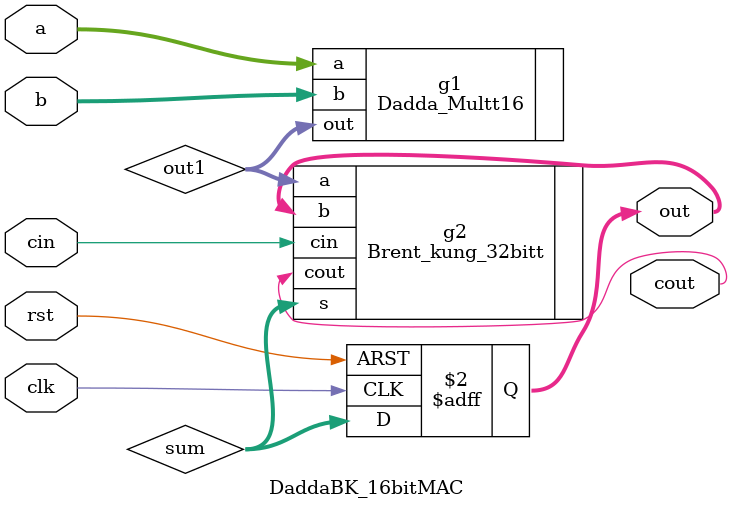
<source format=v>
module DaddaBK_16bitMAC(
    input [15:0] a,          // 8-bit input A
    input [15:0] b,          // 8-bit input B
    input clk,
    input rst,
    input cin,              // Carry-in for the adder
    output reg [31:0] out,  // 16-bit output
    output cout             // Carry-out from the adder
);

    wire [31:0] out1;       // Output from the 8-bit Vedic multiplier
    wire [31:0] sum;

    // Instantiate 8-bit Vedic multiplier
    Dadda_Multt16 g1 (
        .a(a),
        .b(b),
        .out(out1)
    );

    // Instantiate 16-bit Kogge-Stone adder
    Brent_kung_32bitt g2 (
        .a(out1),
        .b(out),
        .cin(cin),
        .s(sum),
        .cout(cout)
    );

    // Register output with synchronous reset
    always @(posedge clk or posedge rst) begin
        if (rst)
            out <= 16'h0;  // Reset to 16-bit zero
        else
            out <= sum;    // Update output with adder result
    end
endmodule


</source>
